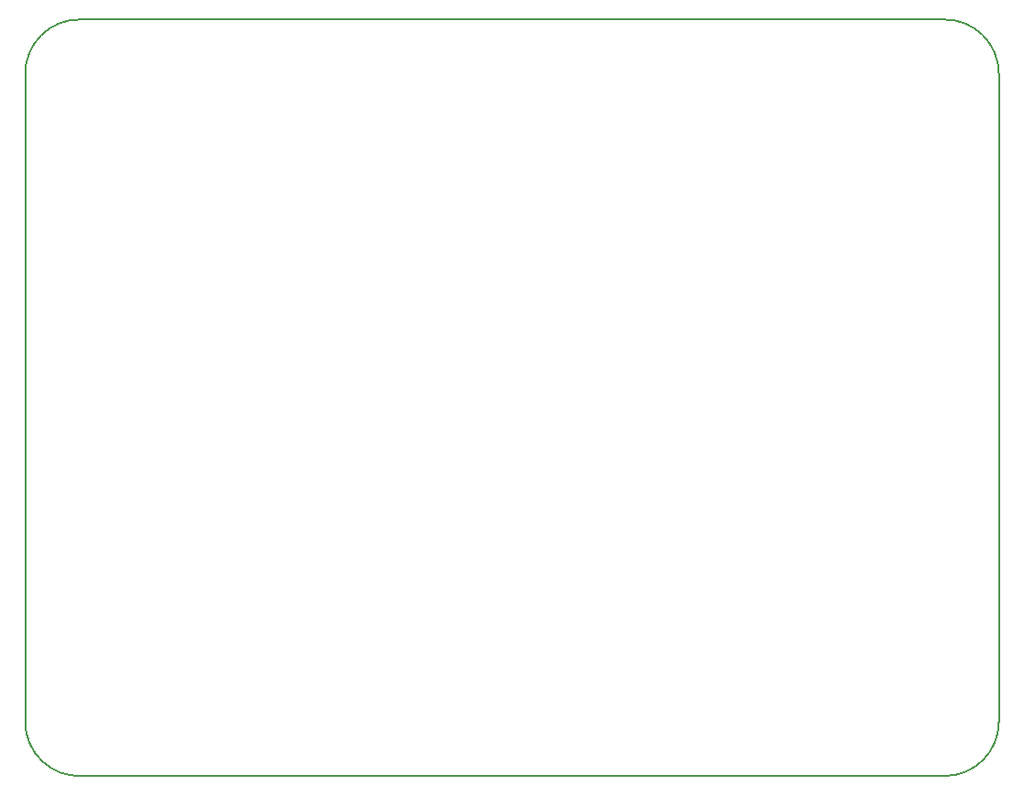
<source format=gm1>
G04 #@! TF.GenerationSoftware,KiCad,Pcbnew,5.0.2-bee76a0~70~ubuntu16.04.1*
G04 #@! TF.CreationDate,2019-01-03T19:03:09+00:00*
G04 #@! TF.ProjectId,stm32l053c,73746d33-326c-4303-9533-632e6b696361,rev?*
G04 #@! TF.SameCoordinates,Original*
G04 #@! TF.FileFunction,Profile,NP*
%FSLAX46Y46*%
G04 Gerber Fmt 4.6, Leading zero omitted, Abs format (unit mm)*
G04 Created by KiCad (PCBNEW 5.0.2-bee76a0~70~ubuntu16.04.1) date Thu 03 Jan 2019 19:03:09 GMT*
%MOMM*%
%LPD*%
G01*
G04 APERTURE LIST*
%ADD10C,0.150000*%
%ADD11C,0.200000*%
G04 APERTURE END LIST*
D10*
X90249688Y-122493762D02*
G75*
G02X85000000Y-117500000I-249688J4993762D01*
G01*
X85000000Y-57500001D02*
G75*
G02X90000000Y-52500000I5000000J1D01*
G01*
X170000000Y-52500000D02*
G75*
G02X175000000Y-57500000I0J-5000000D01*
G01*
D11*
X175000000Y-117500000D02*
G75*
G02X170000000Y-122500000I-5000000J0D01*
G01*
D10*
X170000000Y-52500000D02*
X90000000Y-52500000D01*
X175000000Y-117500000D02*
X175000000Y-57500000D01*
X90250000Y-122500000D02*
X170000000Y-122500000D01*
X85000000Y-57500000D02*
X85000000Y-117500000D01*
M02*

</source>
